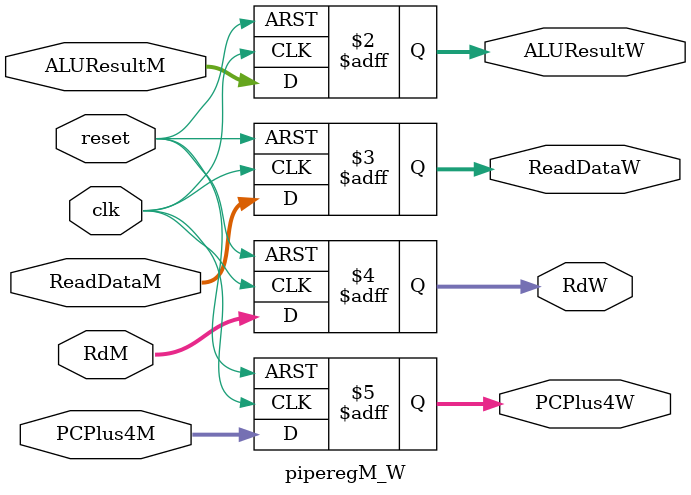
<source format=sv>
module piperegM_W(input  logic 		  clk, reset,
				  input  logic [31:0] ALUResultM,
				  input  logic [31:0] ReadDataM,
				  input  logic [4:0]  RdM,
				  input  logic [31:0] PCPlus4M,
				  output logic [31:0] ALUResultW,
				  output logic [31:0] ReadDataW,
				  output logic [4:0]  RdW,
				  output logic [31:0] PCPlus4W);
	
	always_ff @ (posedge clk or posedge reset) begin
		if (reset) begin
			ALUResultW <= 0;
			ReadDataW  <= 0;
			RdW        <= 0;
			PCPlus4W   <= 0;
		end
		else begin
			ALUResultW <= ALUResultM;
			ReadDataW  <= ReadDataM;
			RdW        <= RdM;
			PCPlus4W   <= PCPlus4M;
		end
	end
endmodule
</source>
